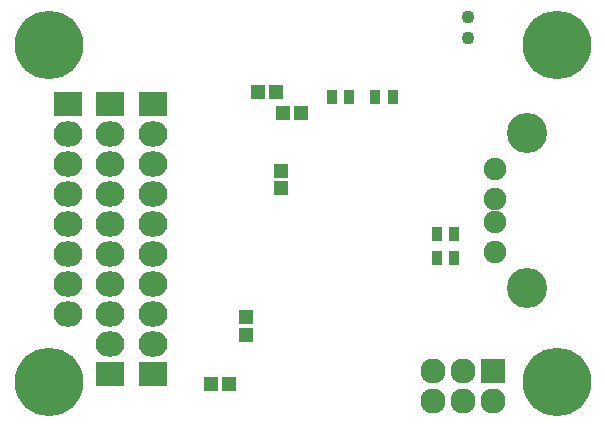
<source format=gbs>
G04 #@! TF.FileFunction,Soldermask,Bot*
%FSLAX46Y46*%
G04 Gerber Fmt 4.6, Leading zero omitted, Abs format (unit mm)*
G04 Created by KiCad (PCBNEW 4.0.5) date 02/11/17 17:41:13*
%MOMM*%
%LPD*%
G01*
G04 APERTURE LIST*
%ADD10C,0.100000*%
%ADD11C,5.800000*%
%ADD12R,2.432000X2.127200*%
%ADD13O,2.432000X2.127200*%
%ADD14R,2.127200X2.127200*%
%ADD15O,2.127200X2.127200*%
%ADD16R,1.200000X1.150000*%
%ADD17R,1.150000X1.200000*%
%ADD18C,1.901140*%
%ADD19C,3.399740*%
%ADD20R,0.900000X1.300000*%
%ADD21C,1.100000*%
G04 APERTURE END LIST*
D10*
D11*
X70500000Y-61000000D03*
D12*
X79300000Y-66000000D03*
D13*
X79300000Y-68540000D03*
X79300000Y-71080000D03*
X79300000Y-73620000D03*
X79300000Y-76160000D03*
X79300000Y-78700000D03*
D12*
X75700000Y-66000000D03*
D13*
X75700000Y-68540000D03*
X75700000Y-71080000D03*
X75700000Y-73620000D03*
X75700000Y-76160000D03*
X75700000Y-78700000D03*
D12*
X72100000Y-66000000D03*
D13*
X72100000Y-68540000D03*
X72100000Y-71080000D03*
X72100000Y-73620000D03*
X72100000Y-76160000D03*
X72100000Y-78700000D03*
X72100000Y-81240000D03*
X72100000Y-83780000D03*
D12*
X79300000Y-88840000D03*
D13*
X79300000Y-86300000D03*
X79300000Y-83760000D03*
X79300000Y-81220000D03*
D12*
X75700000Y-88840000D03*
D13*
X75700000Y-86300000D03*
X75700000Y-83760000D03*
X75700000Y-81220000D03*
D14*
X108140000Y-88600000D03*
D15*
X108140000Y-91140000D03*
X105600000Y-88600000D03*
X105600000Y-91140000D03*
X103060000Y-88600000D03*
X103060000Y-91140000D03*
D16*
X91850000Y-66800000D03*
X90350000Y-66800000D03*
X88250000Y-65000000D03*
X89750000Y-65000000D03*
D17*
X90200000Y-73150000D03*
X90200000Y-71650000D03*
D16*
X85750000Y-89700000D03*
X84250000Y-89700000D03*
D17*
X87200000Y-84050000D03*
X87200000Y-85550000D03*
D18*
X108290000Y-71500000D03*
X108290000Y-74000000D03*
X108290000Y-76000000D03*
X108290000Y-78500000D03*
D19*
X111000000Y-68430000D03*
X111000000Y-81570000D03*
D20*
X95950000Y-65400000D03*
X94450000Y-65400000D03*
X98150000Y-65400000D03*
X99650000Y-65400000D03*
X104850000Y-79000000D03*
X103350000Y-79000000D03*
X104850000Y-77000000D03*
X103350000Y-77000000D03*
D11*
X70500000Y-89500000D03*
X113500000Y-89500000D03*
X113500000Y-61000000D03*
D21*
X106000000Y-60400000D03*
X106000000Y-58600000D03*
M02*

</source>
